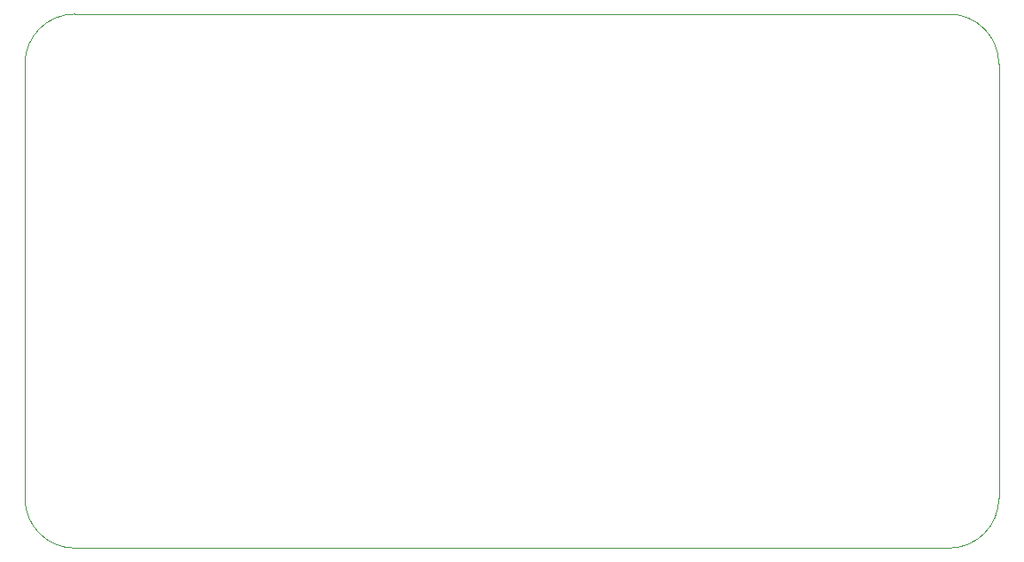
<source format=gbr>
%TF.GenerationSoftware,KiCad,Pcbnew,(7.0.0)*%
%TF.CreationDate,2023-03-20T18:55:59-07:00*%
%TF.ProjectId,JoyKeyMini,4a6f794b-6579-44d6-996e-692e6b696361,1*%
%TF.SameCoordinates,Original*%
%TF.FileFunction,Profile,NP*%
%FSLAX46Y46*%
G04 Gerber Fmt 4.6, Leading zero omitted, Abs format (unit mm)*
G04 Created by KiCad (PCBNEW (7.0.0)) date 2023-03-20 18:55:59*
%MOMM*%
%LPD*%
G01*
G04 APERTURE LIST*
%TA.AperFunction,Profile*%
%ADD10C,0.100000*%
%TD*%
G04 APERTURE END LIST*
D10*
X26144665Y-74443850D02*
X109631665Y-74443850D01*
X21382165Y-28206350D02*
X21382165Y-69681350D01*
X109631665Y-74443855D02*
G75*
G03*
X114394165Y-69681350I-5J4762505D01*
G01*
X114394165Y-28206350D02*
X114394165Y-69681350D01*
X26156665Y-23431845D02*
G75*
G03*
X21382165Y-28206350I5J-4774505D01*
G01*
X26156665Y-23431845D02*
X109643665Y-23443850D01*
X114394150Y-28206350D02*
G75*
G03*
X109643665Y-23443865I-4762450J50D01*
G01*
X21382170Y-69681350D02*
G75*
G03*
X26144665Y-74443850I4762500J0D01*
G01*
M02*

</source>
